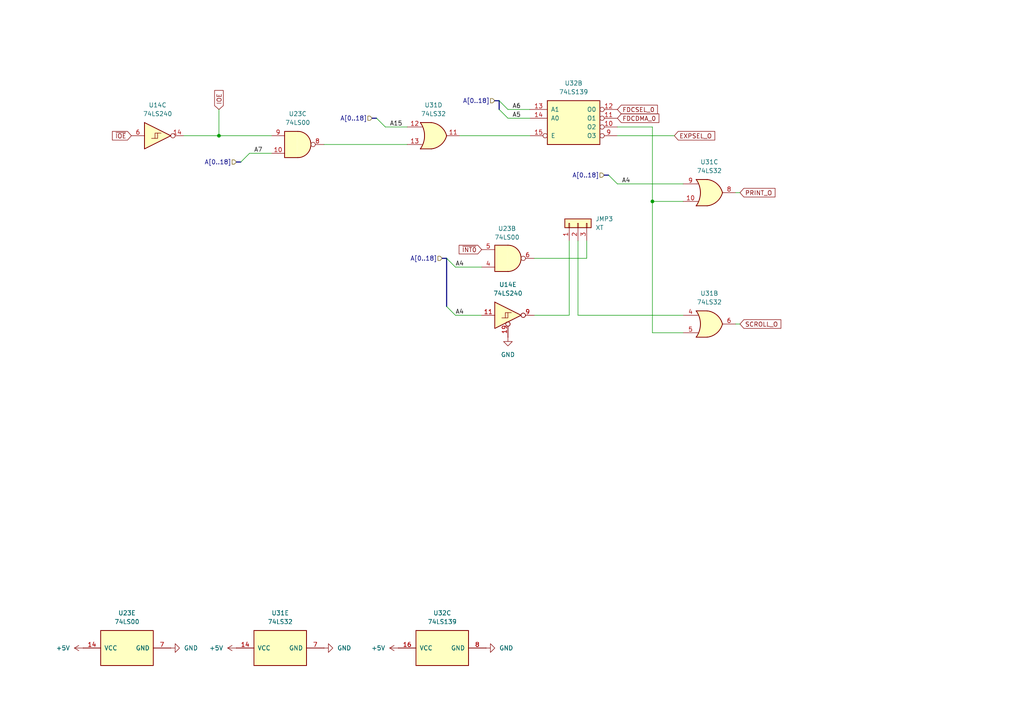
<source format=kicad_sch>
(kicad_sch (version 20231120) (generator "eeschema") (generator_version "8.0")
  (paper "A4")
  (lib_symbols
    (symbol "74xx:74LS00" (pin_names (offset 1.016))
      (property "Reference" "U" (at 0 1.27 0))
      (property "Value" "74LS00" (at 0 -1.27 0))
      (symbol "74LS00_1_1"
        (arc (start 0 -3.81) (mid 3.7934 0) (end 0 3.81) (stroke (width 0.254)) (fill (type background)))
        (polyline (pts (xy 0 3.81) (xy -3.81 3.81) (xy -3.81 -3.81) (xy 0 -3.81)) (stroke (width 0.254)) (fill (type background)))
        (pin input line (at -7.62 2.54 0) (length 3.81) (name "~") (number "1"))
        (pin input line (at -7.62 -2.54 0) (length 3.81) (name "~") (number "2"))
        (pin output inverted (at 7.62 0 180) (length 3.81) (name "~") (number "3"))
      )
      (symbol "74LS00_1_2"
        (arc (start -3.81 -3.81) (mid -2.589 0) (end -3.81 3.81) (stroke (width 0.254)))
        (arc (start -0.6096 -3.81) (mid 2.1842 -2.5851) (end 3.81 0) (stroke (width 0.254)) (fill (type background)))
        (polyline (pts (xy -3.81 -3.81) (xy -0.635 -3.81)) (stroke (width 0.254)) (fill (type background)))
        (polyline (pts (xy -3.81 3.81) (xy -0.635 3.81)) (stroke (width 0.254)) (fill (type background)))
        (polyline (pts (xy -0.635 3.81) (xy -3.81 3.81) (xy -3.81 3.81) (xy -3.556 3.4036) (xy -3.0226 2.2606) (xy -2.6924 1.0414) (xy -2.6162 -0.254) (xy -2.7686 -1.4986) (xy -3.175 -2.7178) (xy -3.81 -3.81) (xy -3.81 -3.81) (xy -0.635 -3.81)) (stroke (width -25.4)) (fill (type background)))
        (arc (start 3.81 0) (mid 2.1915 2.5936) (end -0.6096 3.81) (stroke (width 0.254)) (fill (type background)))
        (pin input inverted (at -7.62 2.54 0) (length 4.318) (name "~") (number "1"))
        (pin input inverted (at -7.62 -2.54 0) (length 4.318) (name "~") (number "2"))
        (pin output line (at 7.62 0 180) (length 3.81) (name "~") (number "3"))
      )
      (symbol "74LS00_2_1"
        (arc (start 0 -3.81) (mid 3.7934 0) (end 0 3.81) (stroke (width 0.254)) (fill (type background)))
        (polyline (pts (xy 0 3.81) (xy -3.81 3.81) (xy -3.81 -3.81) (xy 0 -3.81)) (stroke (width 0.254)) (fill (type background)))
        (pin input line (at -7.62 2.54 0) (length 3.81) (name "~") (number "4"))
        (pin input line (at -7.62 -2.54 0) (length 3.81) (name "~") (number "5"))
        (pin output inverted (at 7.62 0 180) (length 3.81) (name "~") (number "6"))
      )
      (symbol "74LS00_2_2"
        (arc (start -3.81 -3.81) (mid -2.589 0) (end -3.81 3.81) (stroke (width 0.254)))
        (arc (start -0.6096 -3.81) (mid 2.1842 -2.5851) (end 3.81 0) (stroke (width 0.254)) (fill (type background)))
        (polyline (pts (xy -3.81 -3.81) (xy -0.635 -3.81)) (stroke (width 0.254)) (fill (type background)))
        (polyline (pts (xy -3.81 3.81) (xy -0.635 3.81)) (stroke (width 0.254)) (fill (type background)))
        (polyline (pts (xy -0.635 3.81) (xy -3.81 3.81) (xy -3.81 3.81) (xy -3.556 3.4036) (xy -3.0226 2.2606) (xy -2.6924 1.0414) (xy -2.6162 -0.254) (xy -2.7686 -1.4986) (xy -3.175 -2.7178) (xy -3.81 -3.81) (xy -3.81 -3.81) (xy -0.635 -3.81)) (stroke (width -25.4)) (fill (type background)))
        (arc (start 3.81 0) (mid 2.1915 2.5936) (end -0.6096 3.81) (stroke (width 0.254)) (fill (type background)))
        (pin input inverted (at -7.62 2.54 0) (length 4.318) (name "~") (number "4"))
        (pin input inverted (at -7.62 -2.54 0) (length 4.318) (name "~") (number "5"))
        (pin output line (at 7.62 0 180) (length 3.81) (name "~") (number "6"))
      )
      (symbol "74LS00_3_1"
        (arc (start 0 -3.81) (mid 3.7934 0) (end 0 3.81) (stroke (width 0.254)) (fill (type background)))
        (polyline (pts (xy 0 3.81) (xy -3.81 3.81) (xy -3.81 -3.81) (xy 0 -3.81)) (stroke (width 0.254)) (fill (type background)))
        (pin input line (at -7.62 -2.54 0) (length 3.81) (name "~") (number "10"))
        (pin output inverted (at 7.62 0 180) (length 3.81) (name "~") (number "8"))
        (pin input line (at -7.62 2.54 0) (length 3.81) (name "~") (number "9"))
      )
      (symbol "74LS00_3_2"
        (arc (start -3.81 -3.81) (mid -2.589 0) (end -3.81 3.81) (stroke (width 0.254)))
        (arc (start -0.6096 -3.81) (mid 2.1842 -2.5851) (end 3.81 0) (stroke (width 0.254)) (fill (type background)))
        (polyline (pts (xy -3.81 -3.81) (xy -0.635 -3.81)) (stroke (width 0.254)) (fill (type background)))
        (polyline (pts (xy -3.81 3.81) (xy -0.635 3.81)) (stroke (width 0.254)) (fill (type background)))
        (polyline (pts (xy -0.635 3.81) (xy -3.81 3.81) (xy -3.81 3.81) (xy -3.556 3.4036) (xy -3.0226 2.2606) (xy -2.6924 1.0414) (xy -2.6162 -0.254) (xy -2.7686 -1.4986) (xy -3.175 -2.7178) (xy -3.81 -3.81) (xy -3.81 -3.81) (xy -0.635 -3.81)) (stroke (width -25.4)) (fill (type background)))
        (arc (start 3.81 0) (mid 2.1915 2.5936) (end -0.6096 3.81) (stroke (width 0.254)) (fill (type background)))
        (pin input inverted (at -7.62 -2.54 0) (length 4.318) (name "~") (number "10"))
        (pin output line (at 7.62 0 180) (length 3.81) (name "~") (number "8"))
        (pin input inverted (at -7.62 2.54 0) (length 4.318) (name "~") (number "9"))
      )
      (symbol "74LS00_4_1"
        (arc (start 0 -3.81) (mid 3.7934 0) (end 0 3.81) (stroke (width 0.254)) (fill (type background)))
        (polyline (pts (xy 0 3.81) (xy -3.81 3.81) (xy -3.81 -3.81) (xy 0 -3.81)) (stroke (width 0.254)) (fill (type background)))
        (pin output inverted (at 7.62 0 180) (length 3.81) (name "~") (number "11"))
        (pin input line (at -7.62 2.54 0) (length 3.81) (name "~") (number "12"))
        (pin input line (at -7.62 -2.54 0) (length 3.81) (name "~") (number "13"))
      )
      (symbol "74LS00_4_2"
        (arc (start -3.81 -3.81) (mid -2.589 0) (end -3.81 3.81) (stroke (width 0.254)))
        (arc (start -0.6096 -3.81) (mid 2.1842 -2.5851) (end 3.81 0) (stroke (width 0.254)) (fill (type background)))
        (polyline (pts (xy -3.81 -3.81) (xy -0.635 -3.81)) (stroke (width 0.254)) (fill (type background)))
        (polyline (pts (xy -3.81 3.81) (xy -0.635 3.81)) (stroke (width 0.254)) (fill (type background)))
        (polyline (pts (xy -0.635 3.81) (xy -3.81 3.81) (xy -3.81 3.81) (xy -3.556 3.4036) (xy -3.0226 2.2606) (xy -2.6924 1.0414) (xy -2.6162 -0.254) (xy -2.7686 -1.4986) (xy -3.175 -2.7178) (xy -3.81 -3.81) (xy -3.81 -3.81) (xy -0.635 -3.81)) (stroke (width -25.4)) (fill (type background)))
        (arc (start 3.81 0) (mid 2.1915 2.5936) (end -0.6096 3.81) (stroke (width 0.254)) (fill (type background)))
        (pin output line (at 7.62 0 180) (length 3.81) (name "~") (number "11"))
        (pin input inverted (at -7.62 2.54 0) (length 4.318) (name "~") (number "12"))
        (pin input inverted (at -7.62 -2.54 0) (length 4.318) (name "~") (number "13"))
      )
      (symbol "74LS00_5_0"
        (pin power_in line (at 0 12.7 270) (length 5.08) (name "VCC") (number "14"))
        (pin power_in line (at 0 -12.7 90) (length 5.08) (name "GND") (number "7"))
      )
      (symbol "74LS00_5_1"
        (rectangle (start -5.08 7.62) (end 5.08 -7.62) (stroke (width 0.254)) (fill (type background)))
      )
    )
    (symbol "74xx:74LS139" (pin_names (offset 1.016))
      (property "Reference" "U" (at -7.62 8.89 0))
      (property "Value" "74LS139" (at -7.62 -8.89 0))
      (symbol "74LS139_1_0"
        (pin input inverted (at -12.7 -5.08 0) (length 5.08) (name "E") (number "1"))
        (pin input line (at -12.7 0 0) (length 5.08) (name "A0") (number "2"))
        (pin input line (at -12.7 2.54 0) (length 5.08) (name "A1") (number "3"))
        (pin output inverted (at 12.7 2.54 180) (length 5.08) (name "O0") (number "4"))
        (pin output inverted (at 12.7 0 180) (length 5.08) (name "O1") (number "5"))
        (pin output inverted (at 12.7 -2.54 180) (length 5.08) (name "O2") (number "6"))
        (pin output inverted (at 12.7 -5.08 180) (length 5.08) (name "O3") (number "7"))
      )
      (symbol "74LS139_1_1"
        (rectangle (start -7.62 5.08) (end 7.62 -7.62) (stroke (width 0.254)) (fill (type background)))
      )
      (symbol "74LS139_2_0"
        (pin output inverted (at 12.7 -2.54 180) (length 5.08) (name "O2") (number "10"))
        (pin output inverted (at 12.7 0 180) (length 5.08) (name "O1") (number "11"))
        (pin output inverted (at 12.7 2.54 180) (length 5.08) (name "O0") (number "12"))
        (pin input line (at -12.7 2.54 0) (length 5.08) (name "A1") (number "13"))
        (pin input line (at -12.7 0 0) (length 5.08) (name "A0") (number "14"))
        (pin input inverted (at -12.7 -5.08 0) (length 5.08) (name "E") (number "15"))
        (pin output inverted (at 12.7 -5.08 180) (length 5.08) (name "O3") (number "9"))
      )
      (symbol "74LS139_2_1"
        (rectangle (start -7.62 5.08) (end 7.62 -7.62) (stroke (width 0.254)) (fill (type background)))
      )
      (symbol "74LS139_3_0"
        (pin power_in line (at 0 12.7 270) (length 5.08) (name "VCC") (number "16"))
        (pin power_in line (at 0 -12.7 90) (length 5.08) (name "GND") (number "8"))
      )
      (symbol "74LS139_3_1"
        (rectangle (start -5.08 7.62) (end 5.08 -7.62) (stroke (width 0.254)) (fill (type background)))
      )
    )
    (symbol "74xx:74LS240_Split"
      (property "Reference" "U" (at 0 1.27 0))
      (property "Value" "74LS240_Split" (at 0 -1.27 0))
      (symbol "74LS240_Split_1_0"
        (polyline (pts (xy -3.81 3.81) (xy -3.81 -3.81) (xy 3.81 0) (xy -3.81 3.81)) (stroke (width 0.254)) (fill (type background)))
        (pin input inverted (at 0 -6.35 90) (length 4.445) (name "~") (number "1"))
        (pin tri_state inverted (at 7.62 0 180) (length 3.81) (name "~") (number "18"))
        (pin input line (at -7.62 0 0) (length 3.81) (name "~") (number "2"))
      )
      (symbol "74LS240_Split_1_1"
        (polyline (pts (xy -0.762 -0.762) (xy -0.762 0.762) (xy 1.016 0.762)))
        (polyline (pts (xy 0 0.762) (xy 0 -0.762) (xy -1.778 -0.762)))
      )
      (symbol "74LS240_Split_2_0"
        (polyline (pts (xy -3.81 3.81) (xy -3.81 -3.81) (xy 3.81 0) (xy -3.81 3.81)) (stroke (width 0.254)) (fill (type background)))
        (pin tri_state inverted (at 7.62 0 180) (length 3.81) (name "~") (number "16"))
        (pin input line (at -7.62 0 0) (length 3.81) (name "~") (number "4"))
      )
      (symbol "74LS240_Split_2_1"
        (polyline (pts (xy -0.762 -0.762) (xy -0.762 0.762) (xy 1.016 0.762)))
        (polyline (pts (xy 0 0.762) (xy 0 -0.762) (xy -1.778 -0.762)))
      )
      (symbol "74LS240_Split_3_0"
        (polyline (pts (xy -3.81 3.81) (xy -3.81 -3.81) (xy 3.81 0) (xy -3.81 3.81)) (stroke (width 0.254)) (fill (type background)))
        (pin tri_state inverted (at 7.62 0 180) (length 3.81) (name "~") (number "14"))
        (pin input line (at -7.62 0 0) (length 3.81) (name "~") (number "6"))
      )
      (symbol "74LS240_Split_3_1"
        (polyline (pts (xy -0.762 -0.762) (xy -0.762 0.762) (xy 1.016 0.762)))
        (polyline (pts (xy 0 0.762) (xy 0 -0.762) (xy -1.778 -0.762)))
      )
      (symbol "74LS240_Split_4_0"
        (polyline (pts (xy -3.81 3.81) (xy -3.81 -3.81) (xy 3.81 0) (xy -3.81 3.81)) (stroke (width 0.254)) (fill (type background)))
        (pin tri_state inverted (at 7.62 0 180) (length 3.81) (name "~") (number "12"))
        (pin input line (at -7.62 0 0) (length 3.81) (name "~") (number "8"))
      )
      (symbol "74LS240_Split_4_1"
        (polyline (pts (xy -0.762 -0.762) (xy -0.762 0.762) (xy 1.016 0.762)))
        (polyline (pts (xy 0 0.762) (xy 0 -0.762) (xy -1.778 -0.762)))
      )
      (symbol "74LS240_Split_5_0"
        (polyline (pts (xy -3.81 3.81) (xy -3.81 -3.81) (xy 3.81 0) (xy -3.81 3.81)) (stroke (width 0.254)) (fill (type background)))
        (pin input line (at -7.62 0 0) (length 3.81) (name "~") (number "11"))
        (pin input inverted (at 0 -6.35 90) (length 4.445) (name "~") (number "19"))
        (pin tri_state inverted (at 7.62 0 180) (length 3.81) (name "~") (number "9"))
      )
      (symbol "74LS240_Split_5_1"
        (polyline (pts (xy -0.762 -0.762) (xy -0.762 0.762) (xy 1.016 0.762)))
        (polyline (pts (xy 0 0.762) (xy 0 -0.762) (xy -1.778 -0.762)))
      )
      (symbol "74LS240_Split_6_0"
        (polyline (pts (xy -3.81 3.81) (xy -3.81 -3.81) (xy 3.81 0) (xy -3.81 3.81)) (stroke (width 0.254)) (fill (type background)))
        (pin input line (at -7.62 0 0) (length 3.81) (name "~") (number "13"))
        (pin tri_state inverted (at 7.62 0 180) (length 3.81) (name "~") (number "7"))
      )
      (symbol "74LS240_Split_6_1"
        (polyline (pts (xy -0.762 -0.762) (xy -0.762 0.762) (xy 1.016 0.762)))
        (polyline (pts (xy 0 0.762) (xy 0 -0.762) (xy -1.778 -0.762)))
      )
      (symbol "74LS240_Split_7_0"
        (polyline (pts (xy -3.81 3.81) (xy -3.81 -3.81) (xy 3.81 0) (xy -3.81 3.81)) (stroke (width 0.254)) (fill (type background)))
        (pin input line (at -7.62 0 0) (length 3.81) (name "~") (number "15"))
        (pin tri_state inverted (at 7.62 0 180) (length 3.81) (name "~") (number "5"))
      )
      (symbol "74LS240_Split_7_1"
        (polyline (pts (xy -0.762 -0.762) (xy -0.762 0.762) (xy 1.016 0.762)))
        (polyline (pts (xy 0 0.762) (xy 0 -0.762) (xy -1.778 -0.762)))
      )
      (symbol "74LS240_Split_8_0"
        (polyline (pts (xy -3.81 3.81) (xy -3.81 -3.81) (xy 3.81 0) (xy -3.81 3.81)) (stroke (width 0.254)) (fill (type background)))
        (pin input line (at -7.62 0 0) (length 3.81) (name "~") (number "17"))
        (pin tri_state inverted (at 7.62 0 180) (length 3.81) (name "~") (number "3"))
      )
      (symbol "74LS240_Split_8_1"
        (polyline (pts (xy -0.762 -0.762) (xy -0.762 0.762) (xy 1.016 0.762)))
        (polyline (pts (xy 0 0.762) (xy 0 -0.762) (xy -1.778 -0.762)))
      )
      (symbol "74LS240_Split_9_0"
        (pin power_in line (at 0 -12.7 90) (length 5.08) (name "GND") (number "10"))
        (pin power_in line (at 0 12.7 270) (length 5.08) (name "VCC") (number "20"))
      )
      (symbol "74LS240_Split_9_1"
        (rectangle (start -5.08 7.62) (end 5.08 -7.62) (stroke (width 0.254)) (fill (type background)))
      )
    )
    (symbol "74xx:74LS32" (pin_names (offset 1.016))
      (property "Reference" "U" (at 0 1.27 0))
      (property "Value" "74LS32" (at 0 -1.27 0))
      (symbol "74LS32_1_1"
        (arc (start -3.81 -3.81) (mid -2.589 0) (end -3.81 3.81) (stroke (width 0.254)))
        (arc (start -0.6096 -3.81) (mid 2.1842 -2.5851) (end 3.81 0) (stroke (width 0.254)) (fill (type background)))
        (polyline (pts (xy -3.81 -3.81) (xy -0.635 -3.81)) (stroke (width 0.254)) (fill (type background)))
        (polyline (pts (xy -3.81 3.81) (xy -0.635 3.81)) (stroke (width 0.254)) (fill (type background)))
        (polyline (pts (xy -0.635 3.81) (xy -3.81 3.81) (xy -3.81 3.81) (xy -3.556 3.4036) (xy -3.0226 2.2606) (xy -2.6924 1.0414) (xy -2.6162 -0.254) (xy -2.7686 -1.4986) (xy -3.175 -2.7178) (xy -3.81 -3.81) (xy -3.81 -3.81) (xy -0.635 -3.81)) (stroke (width -25.4)) (fill (type background)))
        (arc (start 3.81 0) (mid 2.1915 2.5936) (end -0.6096 3.81) (stroke (width 0.254)) (fill (type background)))
        (pin input line (at -7.62 2.54 0) (length 4.318) (name "~") (number "1"))
        (pin input line (at -7.62 -2.54 0) (length 4.318) (name "~") (number "2"))
        (pin output line (at 7.62 0 180) (length 3.81) (name "~") (number "3"))
      )
      (symbol "74LS32_1_2"
        (arc (start 0 -3.81) (mid 3.7934 0) (end 0 3.81) (stroke (width 0.254)) (fill (type background)))
        (polyline (pts (xy 0 3.81) (xy -3.81 3.81) (xy -3.81 -3.81) (xy 0 -3.81)) (stroke (width 0.254)) (fill (type background)))
        (pin input inverted (at -7.62 2.54 0) (length 3.81) (name "~") (number "1"))
        (pin input inverted (at -7.62 -2.54 0) (length 3.81) (name "~") (number "2"))
        (pin output inverted (at 7.62 0 180) (length 3.81) (name "~") (number "3"))
      )
      (symbol "74LS32_2_1"
        (arc (start -3.81 -3.81) (mid -2.589 0) (end -3.81 3.81) (stroke (width 0.254)))
        (arc (start -0.6096 -3.81) (mid 2.1842 -2.5851) (end 3.81 0) (stroke (width 0.254)) (fill (type background)))
        (polyline (pts (xy -3.81 -3.81) (xy -0.635 -3.81)) (stroke (width 0.254)) (fill (type background)))
        (polyline (pts (xy -3.81 3.81) (xy -0.635 3.81)) (stroke (width 0.254)) (fill (type background)))
        (polyline (pts (xy -0.635 3.81) (xy -3.81 3.81) (xy -3.81 3.81) (xy -3.556 3.4036) (xy -3.0226 2.2606) (xy -2.6924 1.0414) (xy -2.6162 -0.254) (xy -2.7686 -1.4986) (xy -3.175 -2.7178) (xy -3.81 -3.81) (xy -3.81 -3.81) (xy -0.635 -3.81)) (stroke (width -25.4)) (fill (type background)))
        (arc (start 3.81 0) (mid 2.1915 2.5936) (end -0.6096 3.81) (stroke (width 0.254)) (fill (type background)))
        (pin input line (at -7.62 2.54 0) (length 4.318) (name "~") (number "4"))
        (pin input line (at -7.62 -2.54 0) (length 4.318) (name "~") (number "5"))
        (pin output line (at 7.62 0 180) (length 3.81) (name "~") (number "6"))
      )
      (symbol "74LS32_2_2"
        (arc (start 0 -3.81) (mid 3.7934 0) (end 0 3.81) (stroke (width 0.254)) (fill (type background)))
        (polyline (pts (xy 0 3.81) (xy -3.81 3.81) (xy -3.81 -3.81) (xy 0 -3.81)) (stroke (width 0.254)) (fill (type background)))
        (pin input inverted (at -7.62 2.54 0) (length 3.81) (name "~") (number "4"))
        (pin input inverted (at -7.62 -2.54 0) (length 3.81) (name "~") (number "5"))
        (pin output inverted (at 7.62 0 180) (length 3.81) (name "~") (number "6"))
      )
      (symbol "74LS32_3_1"
        (arc (start -3.81 -3.81) (mid -2.589 0) (end -3.81 3.81) (stroke (width 0.254)))
        (arc (start -0.6096 -3.81) (mid 2.1842 -2.5851) (end 3.81 0) (stroke (width 0.254)) (fill (type background)))
        (polyline (pts (xy -3.81 -3.81) (xy -0.635 -3.81)) (stroke (width 0.254)) (fill (type background)))
        (polyline (pts (xy -3.81 3.81) (xy -0.635 3.81)) (stroke (width 0.254)) (fill (type background)))
        (polyline (pts (xy -0.635 3.81) (xy -3.81 3.81) (xy -3.81 3.81) (xy -3.556 3.4036) (xy -3.0226 2.2606) (xy -2.6924 1.0414) (xy -2.6162 -0.254) (xy -2.7686 -1.4986) (xy -3.175 -2.7178) (xy -3.81 -3.81) (xy -3.81 -3.81) (xy -0.635 -3.81)) (stroke (width -25.4)) (fill (type background)))
        (arc (start 3.81 0) (mid 2.1915 2.5936) (end -0.6096 3.81) (stroke (width 0.254)) (fill (type background)))
        (pin input line (at -7.62 -2.54 0) (length 4.318) (name "~") (number "10"))
        (pin output line (at 7.62 0 180) (length 3.81) (name "~") (number "8"))
        (pin input line (at -7.62 2.54 0) (length 4.318) (name "~") (number "9"))
      )
      (symbol "74LS32_3_2"
        (arc (start 0 -3.81) (mid 3.7934 0) (end 0 3.81) (stroke (width 0.254)) (fill (type background)))
        (polyline (pts (xy 0 3.81) (xy -3.81 3.81) (xy -3.81 -3.81) (xy 0 -3.81)) (stroke (width 0.254)) (fill (type background)))
        (pin input inverted (at -7.62 -2.54 0) (length 3.81) (name "~") (number "10"))
        (pin output inverted (at 7.62 0 180) (length 3.81) (name "~") (number "8"))
        (pin input inverted (at -7.62 2.54 0) (length 3.81) (name "~") (number "9"))
      )
      (symbol "74LS32_4_1"
        (arc (start -3.81 -3.81) (mid -2.589 0) (end -3.81 3.81) (stroke (width 0.254)))
        (arc (start -0.6096 -3.81) (mid 2.1842 -2.5851) (end 3.81 0) (stroke (width 0.254)) (fill (type background)))
        (polyline (pts (xy -3.81 -3.81) (xy -0.635 -3.81)) (stroke (width 0.254)) (fill (type background)))
        (polyline (pts (xy -3.81 3.81) (xy -0.635 3.81)) (stroke (width 0.254)) (fill (type background)))
        (polyline (pts (xy -0.635 3.81) (xy -3.81 3.81) (xy -3.81 3.81) (xy -3.556 3.4036) (xy -3.0226 2.2606) (xy -2.6924 1.0414) (xy -2.6162 -0.254) (xy -2.7686 -1.4986) (xy -3.175 -2.7178) (xy -3.81 -3.81) (xy -3.81 -3.81) (xy -0.635 -3.81)) (stroke (width -25.4)) (fill (type background)))
        (arc (start 3.81 0) (mid 2.1915 2.5936) (end -0.6096 3.81) (stroke (width 0.254)) (fill (type background)))
        (pin output line (at 7.62 0 180) (length 3.81) (name "~") (number "11"))
        (pin input line (at -7.62 2.54 0) (length 4.318) (name "~") (number "12"))
        (pin input line (at -7.62 -2.54 0) (length 4.318) (name "~") (number "13"))
      )
      (symbol "74LS32_4_2"
        (arc (start 0 -3.81) (mid 3.7934 0) (end 0 3.81) (stroke (width 0.254)) (fill (type background)))
        (polyline (pts (xy 0 3.81) (xy -3.81 3.81) (xy -3.81 -3.81) (xy 0 -3.81)) (stroke (width 0.254)) (fill (type background)))
        (pin output inverted (at 7.62 0 180) (length 3.81) (name "~") (number "11"))
        (pin input inverted (at -7.62 2.54 0) (length 3.81) (name "~") (number "12"))
        (pin input inverted (at -7.62 -2.54 0) (length 3.81) (name "~") (number "13"))
      )
      (symbol "74LS32_5_0"
        (pin power_in line (at 0 12.7 270) (length 5.08) (name "VCC") (number "14"))
        (pin power_in line (at 0 -12.7 90) (length 5.08) (name "GND") (number "7"))
      )
      (symbol "74LS32_5_1"
        (rectangle (start -5.08 7.62) (end 5.08 -7.62) (stroke (width 0.254)) (fill (type background)))
      )
    )
    (symbol "Connector_Generic:Conn_01x03" (pin_names (offset 1.016) hide)
      (property "Reference" "J" (at 0 5.08 0))
      (property "Value" "Conn_01x03" (at 0 -5.08 0))
      (symbol "Conn_01x03_1_1"
        (rectangle (start -1.27 -2.413) (end 0 -2.667) (stroke (width 0.1524)))
        (rectangle (start -1.27 0.127) (end 0 -0.127) (stroke (width 0.1524)))
        (rectangle (start -1.27 2.667) (end 0 2.413) (stroke (width 0.1524)))
        (rectangle (start -1.27 3.81) (end 1.27 -3.81) (stroke (width 0.254)) (fill (type background)))
        (pin passive line (at -5.08 2.54 0) (length 3.81) (name "Pin_1") (number "1"))
        (pin passive line (at -5.08 0 0) (length 3.81) (name "Pin_2") (number "2"))
        (pin passive line (at -5.08 -2.54 0) (length 3.81) (name "Pin_3") (number "3"))
      )
    )
    (symbol "power:+5V" (power) (pin_numbers hide) (pin_names (offset 0) hide)
      (property "Value" "+5V" (at 0 3.556 0))
      (symbol "+5V_0_1"
        (polyline (pts (xy -0.762 1.27) (xy 0 2.54)))
        (polyline (pts (xy 0 0) (xy 0 2.54)))
        (polyline (pts (xy 0 2.54) (xy 0.762 1.27)))
      )
      (symbol "+5V_1_1"
        (pin power_in line (at 0 0 90) (length 0) (name "~") (number "1"))
      )
    )
    (symbol "power:GND" (power) (pin_numbers hide) (pin_names (offset 0) hide)
      (property "Value" "GND" (at 0 -3.81 0))
      (symbol "GND_0_1"
        (polyline (pts (xy 0 0) (xy 0 -1.27) (xy 1.27 -1.27) (xy 0 -2.54) (xy -1.27 -1.27) (xy 0 -1.27)))
      )
      (symbol "GND_1_1"
        (pin power_in line (at 0 0 270) (length 0) (name "~") (number "1"))
      )
    )
  )
  (junction (at 189.23 58.42))
  (junction (at 63.5 39.37))
  (bus_entry (at 129.54 74.93) (size 2.54 2.54))
  (bus_entry (at 129.54 88.9) (size 2.54 2.54))
  (bus_entry (at 109.22 34.29) (size 2.54 2.54))
  (bus_entry (at 144.78 29.21) (size 2.54 2.54))
  (bus_entry (at 176.53 50.8) (size 2.54 2.54))
  (bus_entry (at 144.78 31.75) (size 2.54 2.54))
  (bus_entry (at 69.85 46.99) (size 2.54 -2.54))
  (bus (pts (xy 68.58 46.99) (xy 69.85 46.99)))
  (wire (pts (xy 53.34 39.37) (xy 63.5 39.37)))
  (wire (pts (xy 167.64 91.44) (xy 167.64 69.85)))
  (wire (pts (xy 78.74 39.37) (xy 63.5 39.37)))
  (wire (pts (xy 147.32 31.75) (xy 153.67 31.75)))
  (wire (pts (xy 165.1 69.85) (xy 165.1 91.44)))
  (wire (pts (xy 132.08 91.44) (xy 139.7 91.44)))
  (wire (pts (xy 179.07 53.34) (xy 198.12 53.34)))
  (bus (pts (xy 128.27 74.93) (xy 129.54 74.93)))
  (bus (pts (xy 107.95 34.29) (xy 109.22 34.29)))
  (wire (pts (xy 147.32 34.29) (xy 153.67 34.29)))
  (wire (pts (xy 198.12 91.44) (xy 167.64 91.44)))
  (wire (pts (xy 170.18 74.93) (xy 170.18 69.85)))
  (bus (pts (xy 144.78 29.21) (xy 144.78 31.75)))
  (bus (pts (xy 143.51 29.21) (xy 144.78 29.21)))
  (wire (pts (xy 132.08 77.47) (xy 139.7 77.47)))
  (wire (pts (xy 63.5 39.37) (xy 63.5 31.75)))
  (wire (pts (xy 179.07 36.83) (xy 189.23 36.83)))
  (wire (pts (xy 214.63 55.88) (xy 213.36 55.88)))
  (wire (pts (xy 214.63 93.98) (xy 213.36 93.98)))
  (wire (pts (xy 118.11 41.91) (xy 93.98 41.91)))
  (bus (pts (xy 129.54 74.93) (xy 129.54 88.9)))
  (wire (pts (xy 198.12 96.52) (xy 189.23 96.52)))
  (wire (pts (xy 165.1 91.44) (xy 154.94 91.44)))
  (wire (pts (xy 189.23 36.83) (xy 189.23 58.42)))
  (wire (pts (xy 189.23 58.42) (xy 198.12 58.42)))
  (wire (pts (xy 111.76 36.83) (xy 118.11 36.83)))
  (wire (pts (xy 189.23 96.52) (xy 189.23 58.42)))
  (wire (pts (xy 195.58 39.37) (xy 179.07 39.37)))
  (wire (pts (xy 153.67 39.37) (xy 133.35 39.37)))
  (wire (pts (xy 154.94 74.93) (xy 170.18 74.93)))
  (bus (pts (xy 175.26 50.8) (xy 176.53 50.8)))
  (wire (pts (xy 72.39 44.45) (xy 78.74 44.45)))
  (label "A4" (at 132.08 91.44 0))
  (label "A4" (at 180.34 53.34 0))
  (label "A5" (at 148.59 34.29 0))
  (label "A4" (at 132.08 77.47 0))
  (label "A7" (at 73.66 44.45 0))
  (label "A6" (at 148.59 31.75 0))
  (label "A15" (at 113.03 36.83 0))
  (global_label "FDCSEL_0" (shape input) (at 179.07 31.75 0) (property "Intersheetrefs" "${INTERSHEET_REFS}" (effects (hide yes))))
  (global_label "~{IOE}" (shape input) (at 38.1 39.37 180) (property "Intersheetrefs" "${INTERSHEET_REFS}" (effects (hide yes))))
  (global_label "PRINT_O" (shape input) (at 214.63 55.88 0) (property "Intersheetrefs" "${INTERSHEET_REFS}" (effects (hide yes))))
  (global_label "SCROLL_O" (shape input) (at 214.63 93.98 0) (property "Intersheetrefs" "${INTERSHEET_REFS}" (effects (hide yes))))
  (global_label "~{INT0}" (shape input) (at 139.7 72.39 180) (property "Intersheetrefs" "${INTERSHEET_REFS}" (effects (hide yes))))
  (global_label "EXPSEL_O" (shape input) (at 195.58 39.37 0) (property "Intersheetrefs" "${INTERSHEET_REFS}" (effects (hide yes))))
  (global_label "IOE" (shape input) (at 63.5 31.75 90) (property "Intersheetrefs" "${INTERSHEET_REFS}" (effects (hide yes))))
  (global_label "FDCDMA_0" (shape input) (at 179.07 34.29 0) (property "Intersheetrefs" "${INTERSHEET_REFS}" (effects (hide yes))))
  (hierarchical_label "A[0..18]" (shape input) (at 68.58 46.99 180))
  (hierarchical_label "A[0..18]" (shape input) (at 175.26 50.8 180))
  (hierarchical_label "A[0..18]" (shape input) (at 107.95 34.29 180))
  (hierarchical_label "A[0..18]" (shape input) (at 128.27 74.93 180))
  (hierarchical_label "A[0..18]" (shape input) (at 143.51 29.21 180))
  (symbol (lib_id "74xx:74LS32") (at 205.74 55.88 0) (unit 3)
    (property "Reference" "U31" (at 205.74 46.99 0))
    (property "Value" "74LS32" (at 205.74 49.53 0))
    (property "Footprint" "011TIM:DIP-14_W7.62mm" (effects (hide yes)))
    (property "Datasheet" "http://www.ti.com/lit/gpn/sn74LS32" (effects (hide yes)))
    (property "Description" "Quad 2-input OR" (effects (hide yes)))
  )
  (symbol (lib_id "power:GND") (at 93.98 187.96 90) (unit 1)
    (property "Reference" "#PWR020" (effects (hide yes)))
    (property "Value" "GND" (at 97.79 187.9599 90) (effects (justify right)))
    (property "Description" "Power symbol creates a global label with name \"GND\" , ground" (effects (hide yes)))
  )
  (symbol (lib_id "power:GND") (at 147.32 97.79 0) (unit 1)
    (property "Reference" "#PWR024" (effects (hide yes)))
    (property "Value" "GND" (at 147.32 102.87 0))
    (property "Description" "Power symbol creates a global label with name \"GND\" , ground" (effects (hide yes)))
  )
  (symbol (lib_id "power:GND") (at 49.53 187.96 90) (unit 1)
    (property "Reference" "#PWR019" (effects (hide yes)))
    (property "Value" "GND" (at 53.34 187.9599 90) (effects (justify right)))
    (property "Description" "Power symbol creates a global label with name \"GND\" , ground" (effects (hide yes)))
  )
  (symbol (lib_id "74xx:74LS32") (at 205.74 93.98 0) (unit 2)
    (property "Reference" "U31" (at 205.74 85.09 0))
    (property "Value" "74LS32" (at 205.74 87.63 0))
    (property "Footprint" "011TIM:DIP-14_W7.62mm" (effects (hide yes)))
    (property "Datasheet" "http://www.ti.com/lit/gpn/sn74LS32" (effects (hide yes)))
    (property "Description" "Quad 2-input OR" (effects (hide yes)))
  )
  (symbol (lib_id "74xx:74LS240_Split") (at 147.32 91.44 0) (unit 5)
    (property "Reference" "U14" (at 147.32 82.55 0))
    (property "Value" "74LS240" (at 147.32 85.09 0))
    (property "Footprint" "011TIM:DIP-20_W7.62mm" (effects (hide yes)))
    (property "Datasheet" "http://www.ti.com/lit/ds/symlink/sn74ls240.pdf" (effects (hide yes)))
    (property "Description" "Octal Buffer and Line Driver With 3-State Output, active-low enables, inverting outputs, split symbol" (effects (hide yes)))
  )
  (symbol (lib_id "power:+5V") (at 115.57 187.96 90) (unit 1)
    (property "Reference" "#PWR023" (effects (hide yes)))
    (property "Value" "+5V" (at 111.76 187.9599 90) (effects (justify left)))
    (property "Description" "Power symbol creates a global label with name \"+5V\"" (effects (hide yes)))
  )
  (symbol (lib_id "Connector_Generic:Conn_01x03") (at 167.64 64.77 90) (unit 1)
    (property "Reference" "JMP3" (at 172.72 63.4999 90) (effects (justify right)))
    (property "Value" "XT" (at 172.72 66.0399 90) (effects (justify right)))
    (property "Footprint" "011TIM:PinHeader_1x03 2.54mm" (effects (hide yes)))
    (property "Description" "Generic connector, single row, 01x03, script generated (kicad-library-utils/schlib/autogen/connector/)" (effects (hide yes)))
  )
  (symbol (lib_id "74xx:74LS139") (at 128.27 187.96 90) (unit 3)
    (property "Reference" "U32" (at 128.27 177.8 90))
    (property "Value" "74LS139" (at 128.27 180.34 90))
    (property "Footprint" "011TIM:DIP-16_W7.62mm" (effects (hide yes)))
    (property "Datasheet" "http://www.ti.com/lit/ds/symlink/sn74ls139a.pdf" (effects (hide yes)))
    (property "Description" "Dual Decoder 1 of 4, Active low outputs" (effects (hide yes)))
  )
  (symbol (lib_id "74xx:74LS139") (at 166.37 34.29 0) (unit 2)
    (property "Reference" "U32" (at 166.37 24.13 0))
    (property "Value" "74LS139" (at 166.37 26.67 0))
    (property "Footprint" "011TIM:DIP-16_W7.62mm" (effects (hide yes)))
    (property "Datasheet" "http://www.ti.com/lit/ds/symlink/sn74ls139a.pdf" (effects (hide yes)))
    (property "Description" "Dual Decoder 1 of 4, Active low outputs" (effects (hide yes)))
  )
  (symbol (lib_id "74xx:74LS32") (at 125.73 39.37 0) (unit 4)
    (property "Reference" "U31" (at 125.73 30.48 0))
    (property "Value" "74LS32" (at 125.73 33.02 0))
    (property "Footprint" "011TIM:DIP-14_W7.62mm" (effects (hide yes)))
    (property "Datasheet" "http://www.ti.com/lit/gpn/sn74LS32" (effects (hide yes)))
    (property "Description" "Quad 2-input OR" (effects (hide yes)))
  )
  (symbol (lib_id "power:+5V") (at 24.13 187.96 90) (unit 1)
    (property "Reference" "#PWR018" (effects (hide yes)))
    (property "Value" "+5V" (at 20.32 187.9599 90) (effects (justify left)))
    (property "Description" "Power symbol creates a global label with name \"+5V\"" (effects (hide yes)))
  )
  (symbol (lib_id "74xx:74LS240_Split") (at 45.72 39.37 0) (unit 3)
    (property "Reference" "U14" (at 45.72 30.48 0))
    (property "Value" "74LS240" (at 45.72 33.02 0))
    (property "Footprint" "011TIM:DIP-20_W7.62mm" (effects (hide yes)))
    (property "Datasheet" "http://www.ti.com/lit/ds/symlink/sn74ls240.pdf" (effects (hide yes)))
    (property "Description" "Octal Buffer and Line Driver With 3-State Output, active-low enables, inverting outputs, split symbol" (effects (hide yes)))
  )
  (symbol (lib_id "74xx:74LS32") (at 81.28 187.96 90) (unit 5)
    (property "Reference" "U31" (at 81.28 177.8 90))
    (property "Value" "74LS32" (at 81.28 180.34 90))
    (property "Footprint" "011TIM:DIP-14_W7.62mm" (effects (hide yes)))
    (property "Datasheet" "http://www.ti.com/lit/gpn/sn74LS32" (effects (hide yes)))
    (property "Description" "Quad 2-input OR" (effects (hide yes)))
  )
  (symbol (lib_id "power:GND") (at 140.97 187.96 90) (unit 1)
    (property "Reference" "#PWR022" (effects (hide yes)))
    (property "Value" "GND" (at 144.78 187.9599 90) (effects (justify right)))
    (property "Description" "Power symbol creates a global label with name \"GND\" , ground" (effects (hide yes)))
  )
  (symbol (lib_id "74xx:74LS00") (at 86.36 41.91 0) (unit 3)
    (property "Reference" "U23" (at 86.3517 33.02 0))
    (property "Value" "74LS00" (at 86.3517 35.56 0))
    (property "Footprint" "011TIM:DIP-14_W7.62mm" (effects (hide yes)))
    (property "Datasheet" "http://www.ti.com/lit/gpn/sn74ls00" (effects (hide yes)))
    (property "Description" "quad 2-input NAND gate" (effects (hide yes)))
  )
  (symbol (lib_id "74xx:74LS00") (at 36.83 187.96 90) (unit 5)
    (property "Reference" "U23" (at 36.83 177.8 90))
    (property "Value" "74LS00" (at 36.83 180.34 90))
    (property "Footprint" "011TIM:DIP-14_W7.62mm" (effects (hide yes)))
    (property "Datasheet" "http://www.ti.com/lit/gpn/sn74ls00" (effects (hide yes)))
    (property "Description" "quad 2-input NAND gate" (effects (hide yes)))
  )
  (symbol (lib_id "74xx:74LS00") (at 147.32 74.93 0) (mirror x) (unit 2)
    (property "Reference" "U23" (at 147.066 66.294 0))
    (property "Value" "74LS00" (at 147.066 68.834 0))
    (property "Footprint" "011TIM:DIP-14_W7.62mm" (effects (hide yes)))
    (property "Datasheet" "http://www.ti.com/lit/gpn/sn74ls00" (effects (hide yes)))
    (property "Description" "quad 2-input NAND gate" (effects (hide yes)))
  )
  (symbol (lib_id "power:+5V") (at 68.58 187.96 90) (unit 1)
    (property "Reference" "#PWR021" (effects (hide yes)))
    (property "Value" "+5V" (at 64.77 187.9599 90) (effects (justify left)))
    (property "Description" "Power symbol creates a global label with name \"+5V\"" (effects (hide yes)))
  )
)
</source>
